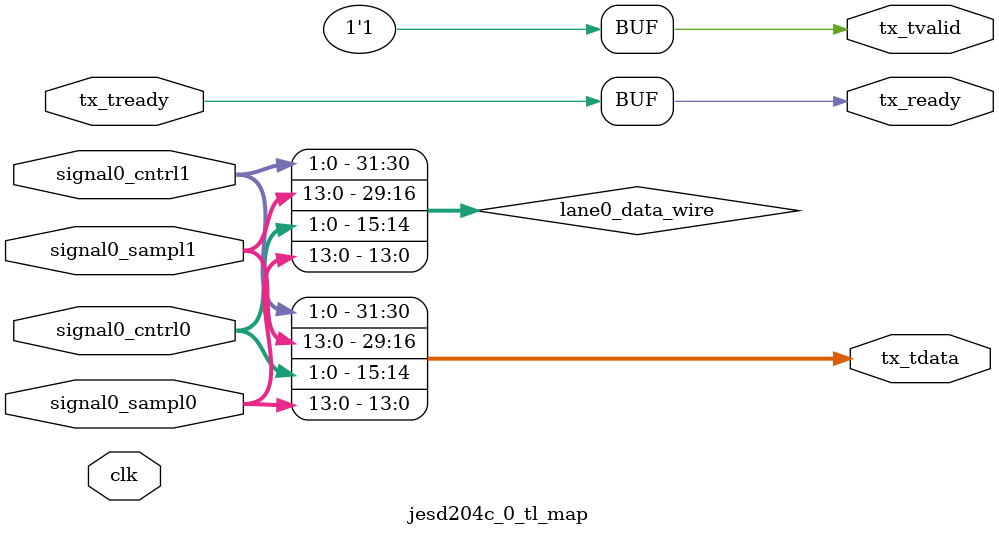
<source format=v>

`timescale 1ns / 1ps

module jesd204c_0_tl_map (
  //The clk signal is necessary for the tool to infer an axi interface that can be connected to the IP
  input          clk,
  //Channel 0
  input  [13:0]  signal0_sampl0,
  input  [13:0]  signal0_sampl1,
  input   [1:0]  signal0_cntrl0,
  input   [1:0]  signal0_cntrl1,
  input          tx_tready,
  output         tx_tvalid,
  output  [31:0] tx_tdata,
  output         tx_ready
);

wire [31:0] lane0_data_wire;

//map the control words and sample data into lanes
assign lane0_data_wire = {signal0_cntrl1[1:0], signal0_sampl1[13:0], signal0_cntrl0[1:0], signal0_sampl0[13:0]};

//concatenate the individual lane busses into one vector
assign tx_tdata = {  lane0_data_wire };

//This signal will be fed to sig_gen and cmd_gen so that they are not connected to the axi interface
assign tx_ready = tx_tready;
assign tx_tvalid = 1'b1;

endmodule

</source>
